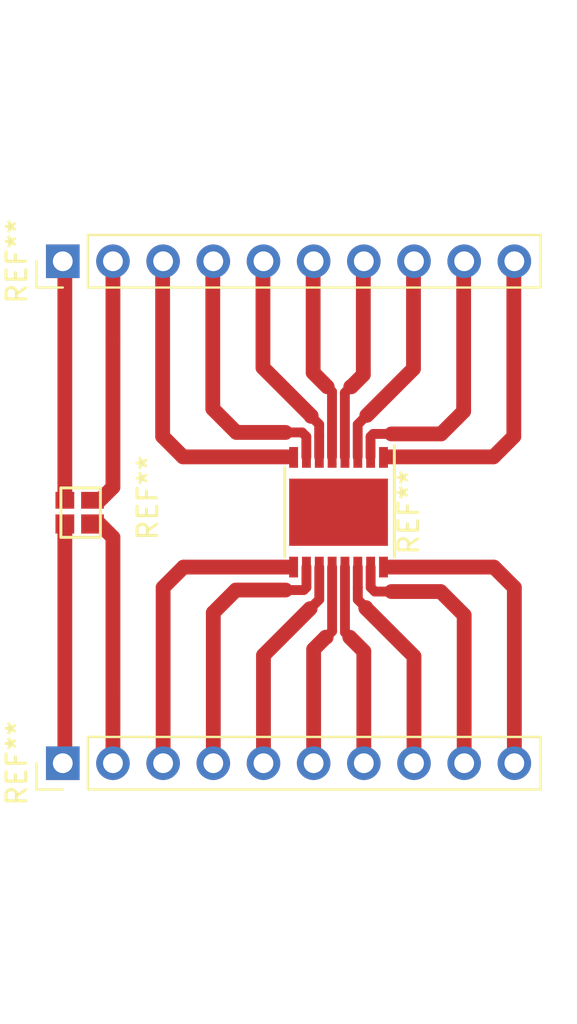
<source format=kicad_pcb>
(kicad_pcb (version 20221018) (generator pcbnew)
  (layers (0 "F.Cu" signal) (31 "B.Cu" signal) (34 "B.Paste" user) (35 "F.Paste" user) (36 "B.SilkS" user "B.Silkscreen") (37 "F.SilkS" user "F.Silkscreen") (38 "B.Mask" user) (39 "F.Mask" user) (44 "Edge.Cuts" user))
  (net 0 "")
  (footprint "stephen:VCNT2020" (layer "F.Cu") (at 148.59 64.77 90)
    (fp_text reference "REF**" (at 2 2.4 90) (layer "F.SilkS"))
    (fp_text value "VCNT2020")
    (fp_line (start 0 -2) (end 0 0) (stroke (width 0.15)) (layer "F.SilkS"))
    (fp_line (start 0 0) (end 2.5 0) (stroke (width 0.15)) (layer "F.SilkS"))
    (fp_line (start 2.5 -2) (end 0 -2) (stroke (width 0.15)) (layer "F.SilkS"))
    (fp_line (start 2.5 0) (end 2.5 -2) (stroke (width 0.15)) (layer "F.SilkS"))
    (pad "1" smd rect (at 0.675 -1.8 90) (size 0.97 0.95) (layers "F.Cu" "F.Paste" "F.Mask"))
    (pad "2" smd rect (at 0.675 -0.4 90) (size 0.97 1.15) (layers "F.Cu" "F.Paste" "F.Mask"))
    (pad "3" smd rect (at 1.875 -1.8 270) (size 0.85 0.95) (layers "F.Cu" "F.Paste" "F.Mask"))
    (pad "4" smd rect (at 1.875 -0.4 90) (size 0.85 1.15) (layers "F.Cu" "F.Paste" "F.Mask"))
  )
  (footprint "Package_SO:HTSSOP-16-1EP_4.4x5mm_P0.65mm_EP3.4x5mm" (layer "F.Cu") (at 160.645 63.5 -90)
    (fp_text reference "REF**" (at 0 -3.55 90) (layer "F.SilkS"))
    (fp_text value "HTSSOP-16-1EP_4.4x5mm_P0.65mm_EP3.4x5mm")
    (fp_line (start -3.375 -2.825) (end 2.25 -2.825) (stroke (width 0.15)) (layer "F.SilkS"))
    (fp_line (start -2.25 2.725) (end 2.25 2.725) (stroke (width 0.15)) (layer "F.SilkS"))
    (pad "1" smd rect (at -2.775 -2.275 270) (size 1.05 0.45) (layers "F.Cu" "F.Paste" "F.Mask"))
    (pad "2" smd rect (at -2.775 -1.625 270) (size 1.05 0.45) (layers "F.Cu" "F.Paste" "F.Mask"))
    (pad "3" smd rect (at -2.775 -0.975 270) (size 1.05 0.45) (layers "F.Cu" "F.Paste" "F.Mask"))
    (pad "4" smd rect (at -2.775 -0.325 270) (size 1.05 0.45) (layers "F.Cu" "F.Paste" "F.Mask"))
    (pad "5" smd rect (at -2.775 0.325 270) (size 1.05 0.45) (layers "F.Cu" "F.Paste" "F.Mask"))
    (pad "6" smd rect (at -2.775 0.975 270) (size 1.05 0.45) (layers "F.Cu" "F.Paste" "F.Mask"))
    (pad "7" smd rect (at -2.775 1.625 270) (size 1.05 0.45) (layers "F.Cu" "F.Paste" "F.Mask"))
    (pad "8" smd rect (at -2.775 2.275 270) (size 1.05 0.45) (layers "F.Cu" "F.Paste" "F.Mask"))
    (pad "9" smd rect (at 2.775 2.275 270) (size 1.05 0.45) (layers "F.Cu" "F.Paste" "F.Mask"))
    (pad "10" smd rect (at 2.775 1.625 270) (size 1.05 0.45) (layers "F.Cu" "F.Paste" "F.Mask"))
    (pad "11" smd rect (at 2.775 0.975 270) (size 1.05 0.45) (layers "F.Cu" "F.Paste" "F.Mask"))
    (pad "12" smd rect (at 2.775 0.325 270) (size 1.05 0.45) (layers "F.Cu" "F.Paste" "F.Mask"))
    (pad "13" smd rect (at 2.775 -0.325 270) (size 1.05 0.45) (layers "F.Cu" "F.Paste" "F.Mask"))
    (pad "14" smd rect (at 2.775 -0.975 270) (size 1.05 0.45) (layers "F.Cu" "F.Paste" "F.Mask"))
    (pad "15" smd rect (at 2.775 -1.625 270) (size 1.05 0.45) (layers "F.Cu" "F.Paste" "F.Mask"))
    (pad "16" smd rect (at 2.775 -2.275 270) (size 1.05 0.45) (layers "F.Cu" "F.Paste" "F.Mask"))
    (pad "17" smd rect (at 0 0 270) (size 3.4 5) (layers "F.Cu" "F.Mask"))
  )
  (footprint "Connector_PinHeader_2.54mm:PinHeader_1x10_P2.54mm_Vertical" (layer "F.Cu") (at 146.685 50.8 90)
    (fp_text reference "REF**" (at 0 -2.33 90) (layer "F.SilkS"))
    (fp_text value "PinHeader_1x10_P2.54mm_Vertical")
    (fp_line (start -1.33 -1.33) (end 0 -1.33) (stroke (width 0.12)) (layer "F.SilkS"))
    (fp_line (start -1.33 0) (end -1.33 -1.33) (stroke (width 0.12)) (layer "F.SilkS"))
    (fp_line (start -1.33 1.27) (end -1.33 24.19) (stroke (width 0.12)) (layer "F.SilkS"))
    (fp_line (start -1.33 1.27) (end 1.33 1.27) (stroke (width 0.12)) (layer "F.SilkS"))
    (fp_line (start -1.33 24.19) (end 1.33 24.19) (stroke (width 0.12)) (layer "F.SilkS"))
    (fp_line (start 1.33 1.27) (end 1.33 24.19) (stroke (width 0.12)) (layer "F.SilkS"))
    (pad "1" thru_hole rect (at 0 0 90) (size 1.7 1.7) (drill 1) (layers "*.Cu" "*.Mask"))
    (pad "2" thru_hole oval (at 0 2.54 90) (size 1.7 1.7) (drill 1) (layers "*.Cu" "*.Mask"))
    (pad "3" thru_hole oval (at 0 5.08 90) (size 1.7 1.7) (drill 1) (layers "*.Cu" "*.Mask"))
    (pad "4" thru_hole oval (at 0 7.62 90) (size 1.7 1.7) (drill 1) (layers "*.Cu" "*.Mask"))
    (pad "5" thru_hole oval (at 0 10.16 90) (size 1.7 1.7) (drill 1) (layers "*.Cu" "*.Mask"))
    (pad "6" thru_hole oval (at 0 12.7 90) (size 1.7 1.7) (drill 1) (layers "*.Cu" "*.Mask"))
    (pad "7" thru_hole oval (at 0 15.24 90) (size 1.7 1.7) (drill 1) (layers "*.Cu" "*.Mask"))
    (pad "8" thru_hole oval (at 0 17.78 90) (size 1.7 1.7) (drill 1) (layers "*.Cu" "*.Mask"))
    (pad "9" thru_hole oval (at 0 20.32 90) (size 1.7 1.7) (drill 1) (layers "*.Cu" "*.Mask"))
    (pad "10" thru_hole oval (at 0 22.86 90) (size 1.7 1.7) (drill 1) (layers "*.Cu" "*.Mask"))
  )
  (footprint "Connector_PinHeader_2.54mm:PinHeader_1x10_P2.54mm_Vertical" (layer "F.Cu") (at 146.685 76.2 90)
    (fp_text reference "REF**" (at 0 -2.33 90) (layer "F.SilkS"))
    (fp_text value "PinHeader_1x10_P2.54mm_Vertical")
    (fp_line (start -1.33 -1.33) (end 0 -1.33) (stroke (width 0.12)) (layer "F.SilkS"))
    (fp_line (start -1.33 0) (end -1.33 -1.33) (stroke (width 0.12)) (layer "F.SilkS"))
    (fp_line (start -1.33 1.27) (end -1.33 24.19) (stroke (width 0.12)) (layer "F.SilkS"))
    (fp_line (start -1.33 1.27) (end 1.33 1.27) (stroke (width 0.12)) (layer "F.SilkS"))
    (fp_line (start -1.33 24.19) (end 1.33 24.19) (stroke (width 0.12)) (layer "F.SilkS"))
    (fp_line (start 1.33 1.27) (end 1.33 24.19) (stroke (width 0.12)) (layer "F.SilkS"))
    (pad "1" thru_hole rect (at 0 0 90) (size 1.7 1.7) (drill 1) (layers "*.Cu" "*.Mask"))
    (pad "2" thru_hole oval (at 0 2.54 90) (size 1.7 1.7) (drill 1) (layers "*.Cu" "*.Mask"))
    (pad "3" thru_hole oval (at 0 5.08 90) (size 1.7 1.7) (drill 1) (layers "*.Cu" "*.Mask"))
    (pad "4" thru_hole oval (at 0 7.62 90) (size 1.7 1.7) (drill 1) (layers "*.Cu" "*.Mask"))
    (pad "5" thru_hole oval (at 0 10.16 90) (size 1.7 1.7) (drill 1) (layers "*.Cu" "*.Mask"))
    (pad "6" thru_hole oval (at 0 12.7 90) (size 1.7 1.7) (drill 1) (layers "*.Cu" "*.Mask"))
    (pad "7" thru_hole oval (at 0 15.24 90) (size 1.7 1.7) (drill 1) (layers "*.Cu" "*.Mask"))
    (pad "8" thru_hole oval (at 0 17.78 90) (size 1.7 1.7) (drill 1) (layers "*.Cu" "*.Mask"))
    (pad "9" thru_hole oval (at 0 20.32 90) (size 1.7 1.7) (drill 1) (layers "*.Cu" "*.Mask"))
    (pad "10" thru_hole oval (at 0 22.86 90) (size 1.7 1.7) (drill 1) (layers "*.Cu" "*.Mask"))
  )
  (segment (start 164.4396 56.2356) (end 164.4396 50.7746) (width 0.75) (layer "F.Cu") (net 0))
  (segment (start 162.0774 58.5978) (end 164.4396 56.2356) (width 0.75) (layer "F.Cu") (net 0))
  (segment (start 159.6644 59.055) (end 159.258 58.6486) (width 0.5) (layer "F.Cu") (net 0))
  (segment (start 160.9646 57.45) (end 161.2646 57.15) (width 0.5) (layer "F.Cu") (net 0))
  (segment (start 161.6146 59.0606) (end 162.0774 58.5978) (width 0.5) (layer "F.Cu") (net 0))
  (segment (start 159.6644 59.6744) (end 159.6644 59.055) (width 0.5) (layer "F.Cu") (net 0))
  (segment (start 162.2646 59.6746) (end 162.4016 59.5376) (width 0.5) (layer "F.Cu") (net 0))
  (segment (start 162.2646 60.6996) (end 162.2646 59.6746) (width 0.5) (layer "F.Cu") (net 0))
  (segment (start 160.9646 60.6996) (end 160.9646 57.45) (width 0.5) (layer "F.Cu") (net 0))
  (segment (start 168.4846 60.6996) (end 169.5196 59.6646) (width 0.75) (layer "F.Cu") (net 0))
  (segment (start 156.8196 56.1848) (end 156.8196 50.7746) (width 0.75) (layer "F.Cu") (net 0))
  (segment (start 169.5196 59.6646) (end 169.5196 50.7746) (width 0.75) (layer "F.Cu") (net 0))
  (segment (start 168.4846 60.6996) (end 163.1886 60.6996) (width 0.75) (layer "F.Cu") (net 0))
  (segment (start 154.2796 58.1406) (end 154.2796 50.7746) (width 0.75) (layer "F.Cu") (net 0))
  (segment (start 155.4734 59.4614) (end 154.2796 58.2676) (width 0.75) (layer "F.Cu") (net 0))
  (segment (start 159.0146 60.6996) (end 159.0146 59.6746) (width 0.5) (layer "F.Cu") (net 0))
  (segment (start 163.322 59.5376) (end 165.8366 59.5376) (width 0.75) (layer "F.Cu") (net 0))
  (segment (start 166.9796 58.1406) (end 166.9796 50.7746) (width 0.75) (layer "F.Cu") (net 0))
  (segment (start 165.8366 59.5376) (end 166.9796 58.3946) (width 0.75) (layer "F.Cu") (net 0))
  (segment (start 159.258 58.6232) (end 156.8196 56.1848) (width 0.75) (layer "F.Cu") (net 0))
  (segment (start 154.2796 58.2676) (end 154.2796 58.1406) (width 0.75) (layer "F.Cu") (net 0))
  (segment (start 166.9796 58.3946) (end 166.9796 58.1406) (width 0.75) (layer "F.Cu") (net 0))
  (segment (start 157.9626 59.4614) (end 155.4734 59.4614) (width 0.75) (layer "F.Cu") (net 0))
  (segment (start 159.0146 59.6746) (end 158.8014 59.4614) (width 0.5) (layer "F.Cu") (net 0))
  (segment (start 161.6146 60.6996) (end 161.6146 59.0606) (width 0.5) (layer "F.Cu") (net 0))
  (segment (start 160.3146 57.3938) (end 160.0708 57.15) (width 0.5) (layer "F.Cu") (net 0))
  (segment (start 160.3146 60.6996) (end 160.3146 57.3938) (width 0.5) (layer "F.Cu") (net 0))
  (segment (start 159.3596 50.7746) (end 159.3596 56.4388) (width 0.75) (layer "F.Cu") (net 0))
  (segment (start 161.8996 56.5404) (end 161.8996 50.7746) (width 0.75) (layer "F.Cu") (net 0))
  (segment (start 159.3596 56.4388) (end 160.0708 57.15) (width 0.75) (layer "F.Cu") (net 0))
  (segment (start 161.29 57.15) (end 161.8996 56.5404) (width 0.75) (layer "F.Cu") (net 0))
  (segment (start 151.7396 59.6646) (end 152.7556 60.6806) (width 0.75) (layer "F.Cu") (net 0))
  (segment (start 151.7396 50.7746) (end 151.7396 59.6646) (width 0.75) (layer "F.Cu") (net 0))
  (segment (start 159.258 58.6486) (end 159.258 58.6232) (width 0.75) (layer "F.Cu") (net 0))
  (segment (start 162.4016 59.5376) (end 163.322 59.5376) (width 0.5) (layer "F.Cu") (net 0))
  (segment (start 158.8014 59.4614) (end 157.9626 59.4614) (width 0.5) (layer "F.Cu") (net 0))
  (segment (start 159.6646 60.6996) (end 159.6646 59.6746) (width 0.5) (layer "F.Cu") (net 0))
  (segment (start 159.6646 59.6746) (end 159.6644 59.6744) (width 0.5) (layer "F.Cu") (net 0))
  (segment (start 152.7556 60.6806) (end 152.7746 60.6996) (width 0.75) (layer "F.Cu") (net 0))
  (segment (start 152.7746 60.6996) (end 158.0706 60.6996) (width 0.75) (layer "F.Cu") (net 0))
  (segment (start 161.2646 57.15) (end 161.29 57.15) (width 0.75) (layer "F.Cu") (net 0))
  (segment (start 161.925 76.2) (end 161.925 70.5358) (width 0.75) (layer "F.Cu") (net 0))
  (segment (start 159.385 70.4342) (end 159.385 76.2) (width 0.75) (layer "F.Cu") (net 0))
  (segment (start 161.62 67.3) (end 161.6202 67.3002) (width 0.5) (layer "F.Cu") (net 0))
  (segment (start 160.97 69.5808) (end 161.2138 69.8246) (width 0.5) (layer "F.Cu") (net 0))
  (segment (start 168.529 66.294) (end 168.51 66.275) (width 0.75) (layer "F.Cu") (net 0))
  (segment (start 160.02 69.8246) (end 159.9946 69.8246) (width 0.75) (layer "F.Cu") (net 0))
  (segment (start 168.51 66.275) (end 163.214 66.275) (width 0.75) (layer "F.Cu") (net 0))
  (segment (start 162.4832 67.5132) (end 163.322 67.5132) (width 0.5) (layer "F.Cu") (net 0))
  (segment (start 148.19 62.895) (end 148.56 62.895) (width 0.5) (layer "F.Cu") (net 0))
  (segment (start 152.8 66.275) (end 158.096 66.275) (width 0.75) (layer "F.Cu") (net 0))
  (segment (start 148.56 62.895) (end 149.225 62.23) (width 0.75) (layer "F.Cu") (net 0))
  (segment (start 169.545 76.2) (end 169.545 67.31) (width 0.75) (layer "F.Cu") (net 0))
  (segment (start 160.97 66.275) (end 160.97 69.5808) (width 0.5) (layer "F.Cu") (net 0))
  (segment (start 162.0266 68.326) (end 162.0266 68.3514) (width 0.75) (layer "F.Cu") (net 0))
  (segment (start 154.305 68.834) (end 154.305 76.2) (width 0.75) (layer "F.Cu") (net 0))
  (segment (start 146.79 50.905) (end 146.685 50.8) (width 0.75) (layer "F.Cu") (net 0))
  (segment (start 165.8112 67.5132) (end 167.005 68.707) (width 0.75) (layer "F.Cu") (net 0))
  (segment (start 154.305 68.58) (end 154.305 68.834) (width 0.75) (layer "F.Cu") (net 0))
  (segment (start 162.27 66.275) (end 162.27 67.3) (width 0.5) (layer "F.Cu") (net 0))
  (segment (start 164.465 70.7898) (end 164.465 76.2) (width 0.75) (layer "F.Cu") (net 0))
  (segment (start 162.0266 68.3514) (end 164.465 70.7898) (width 0.75) (layer "F.Cu") (net 0))
  (segment (start 159.67 67.914) (end 159.2072 68.3768) (width 0.5) (layer "F.Cu") (net 0))
  (segment (start 157.9626 67.437) (end 155.448 67.437) (width 0.75) (layer "F.Cu") (net 0))
  (segment (start 146.79 76.095) (end 146.685 76.2) (width 0.75) (layer "F.Cu") (net 0))
  (segment (start 161.6202 67.3002) (end 161.6202 67.9196) (width 0.5) (layer "F.Cu") (net 0))
  (segment (start 169.545 67.31) (end 168.529 66.294) (width 0.75) (layer "F.Cu") (net 0))
  (segment (start 167.005 68.834) (end 167.005 76.2) (width 0.75) (layer "F.Cu") (net 0))
  (segment (start 161.62 66.275) (end 161.62 67.3) (width 0.5) (layer "F.Cu") (net 0))
  (segment (start 160.32 69.5246) (end 160.02 69.8246) (width 0.5) (layer "F.Cu") (net 0))
  (segment (start 148.55 64.095) (end 149.225 64.77) (width 0.75) (layer "F.Cu") (net 0))
  (segment (start 149.225 72.39) (end 149.225 76.2) (width 0.75) (layer "F.Cu") (net 0))
  (segment (start 148.19 64.095) (end 148.55 64.095) (width 0.5) (layer "F.Cu") (net 0))
  (segment (start 159.67 66.275) (end 159.67 67.914) (width 0.5) (layer "F.Cu") (net 0))
  (segment (start 156.845 70.739) (end 156.845 76.2) (width 0.75) (layer "F.Cu") (net 0))
  (segment (start 161.925 70.5358) (end 161.2138 69.8246) (width 0.75) (layer "F.Cu") (net 0))
  (segment (start 163.322 67.5132) (end 165.8112 67.5132) (width 0.75) (layer "F.Cu") (net 0))
  (segment (start 159.02 66.275) (end 159.02 67.3) (width 0.5) (layer "F.Cu") (net 0))
  (segment (start 151.765 67.31) (end 151.765 76.2) (width 0.75) (layer "F.Cu") (net 0))
  (segment (start 159.2072 68.3768) (end 156.845 70.739) (width 0.75) (layer "F.Cu") (net 0))
  (segment (start 146.79 64.095) (end 146.79 76.095) (width 0.75) (layer "F.Cu") (net 0))
  (segment (start 149.225 54.61) (end 149.225 50.8) (width 0.75) (layer "F.Cu") (net 0))
  (segment (start 152.8 66.275) (end 151.765 67.31) (width 0.75) (layer "F.Cu") (net 0))
  (segment (start 159.02 67.3) (end 158.883 67.437) (width 0.5) (layer "F.Cu") (net 0))
  (segment (start 160.32 66.275) (end 160.32 69.5246) (width 0.5) (layer "F.Cu") (net 0))
  (segment (start 149.225 62.23) (end 149.225 54.61) (width 0.75) (layer "F.Cu") (net 0))
  (segment (start 162.27 67.3) (end 162.4832 67.5132) (width 0.5) (layer "F.Cu") (net 0))
  (segment (start 161.6202 67.9196) (end 162.0266 68.326) (width 0.5) (layer "F.Cu") (net 0))
  (segment (start 149.225 64.77) (end 149.225 72.39) (width 0.75) (layer "F.Cu") (net 0))
  (segment (start 146.79 62.895) (end 146.79 50.905) (width 0.75) (layer "F.Cu") (net 0))
  (segment (start 167.005 68.707) (end 167.005 68.834) (width 0.75) (layer "F.Cu") (net 0))
  (segment (start 158.883 67.437) (end 157.9626 67.437) (width 0.5) (layer "F.Cu") (net 0))
  (segment (start 159.9946 69.8246) (end 159.385 70.4342) (width 0.75) (layer "F.Cu") (net 0))
  (segment (start 155.448 67.437) (end 154.305 68.58) (width 0.75) (layer "F.Cu") (net 0))
)
</source>
